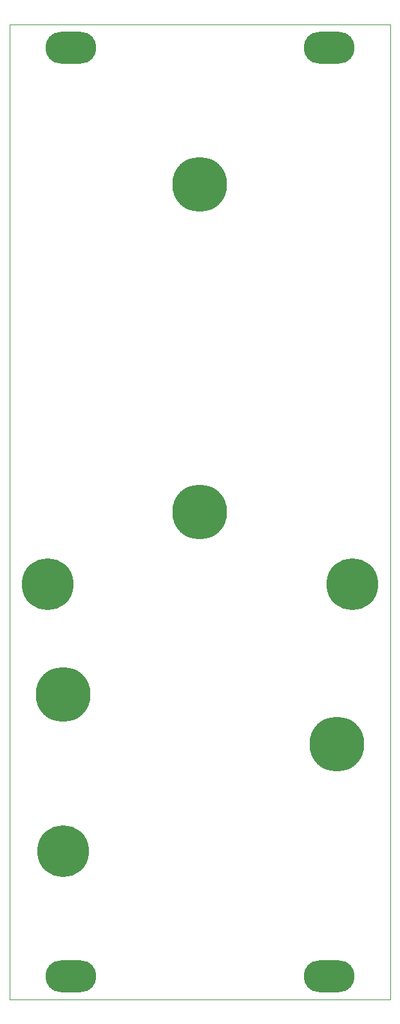
<source format=gtl>
G04 #@! TF.GenerationSoftware,KiCad,Pcbnew,(6.0.6)*
G04 #@! TF.CreationDate,2022-10-26T13:57:36+02:00*
G04 #@! TF.ProjectId,MS20-VCF,4d533230-2d56-4434-962e-6b696361645f,rev?*
G04 #@! TF.SameCoordinates,Original*
G04 #@! TF.FileFunction,Copper,L1,Top*
G04 #@! TF.FilePolarity,Positive*
%FSLAX46Y46*%
G04 Gerber Fmt 4.6, Leading zero omitted, Abs format (unit mm)*
G04 Created by KiCad (PCBNEW (6.0.6)) date 2022-10-26 13:57:36*
%MOMM*%
%LPD*%
G01*
G04 APERTURE LIST*
G04 #@! TA.AperFunction,Profile*
%ADD10C,0.050000*%
G04 #@! TD*
G04 #@! TA.AperFunction,ComponentPad*
%ADD11O,6.700000X4.200000*%
G04 #@! TD*
G04 #@! TA.AperFunction,ViaPad*
%ADD12C,6.800000*%
G04 #@! TD*
G04 #@! TA.AperFunction,ViaPad*
%ADD13C,7.200000*%
G04 #@! TD*
G04 APERTURE END LIST*
D10*
X153000000Y-27500000D02*
X153000000Y-155500000D01*
X103000000Y-27500000D02*
X102999999Y-155500000D01*
X153000000Y-155500000D02*
X102999999Y-155500000D01*
X103000000Y-27500000D02*
X153000000Y-27500000D01*
D11*
X111000000Y-30500000D03*
X145000000Y-30500000D03*
X145000000Y-152500000D03*
X111000000Y-152500000D03*
D12*
X110000000Y-136000000D03*
X108000000Y-101000000D03*
X148000000Y-101000000D03*
D13*
X146000000Y-122000000D03*
X110000000Y-115500000D03*
X128000000Y-91500000D03*
X128000000Y-48500000D03*
M02*

</source>
